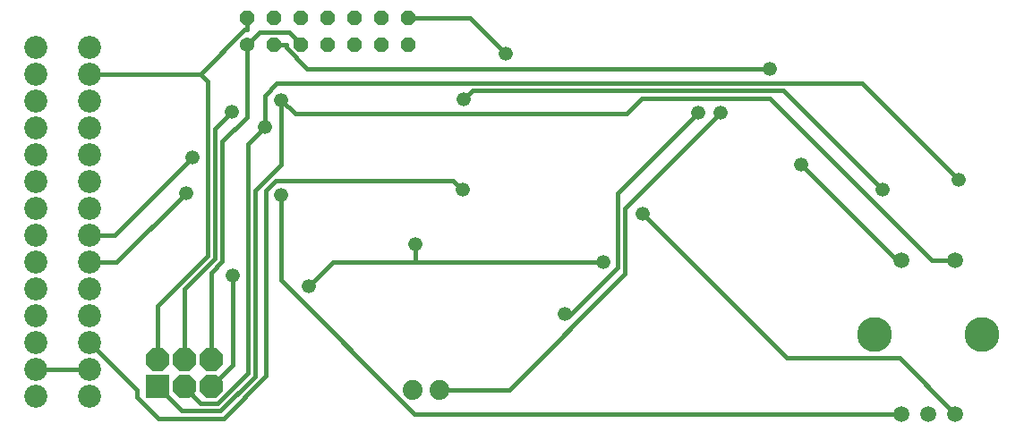
<source format=gbl>
G75*
G70*
%OFA0B0*%
%FSLAX24Y24*%
%IPPOS*%
%LPD*%
%AMOC8*
5,1,8,0,0,1.08239X$1,22.5*
%
%ADD10C,0.0591*%
%ADD11C,0.1299*%
%ADD12R,0.0860X0.0860*%
%ADD13OC8,0.0860*%
%ADD14C,0.0860*%
%ADD15C,0.0740*%
%ADD16C,0.0540*%
%ADD17OC8,0.0540*%
%ADD18C,0.0160*%
%ADD19C,0.0525*%
D10*
X033100Y001939D03*
X034100Y001939D03*
X035100Y001939D03*
X035100Y007647D03*
X033100Y007647D03*
D11*
X032100Y004892D03*
X036100Y004892D03*
D12*
X005375Y002949D03*
D13*
X006375Y002949D03*
X007375Y002949D03*
X007375Y003949D03*
X006375Y003949D03*
X005375Y003949D03*
D14*
X000860Y002585D03*
X000860Y003585D03*
X000860Y004585D03*
X000860Y005585D03*
X000860Y006585D03*
X000860Y007585D03*
X000860Y008585D03*
X000860Y009585D03*
X000860Y010585D03*
X000860Y011585D03*
X000860Y012585D03*
X000860Y013585D03*
X000860Y014585D03*
X000860Y015585D03*
X002860Y015585D03*
X002860Y014585D03*
X002860Y013585D03*
X002860Y012585D03*
X002860Y011585D03*
X002860Y010585D03*
X002860Y009585D03*
X002860Y008585D03*
X002860Y007585D03*
X002860Y006585D03*
X002860Y005585D03*
X002860Y004585D03*
X002860Y003585D03*
X002860Y002585D03*
D15*
X014893Y002833D03*
X015893Y002833D03*
D16*
X008725Y015697D03*
D17*
X009725Y015697D03*
X010725Y015697D03*
X011725Y015697D03*
X012725Y015697D03*
X013725Y015697D03*
X014725Y015697D03*
X014725Y016697D03*
X013725Y016697D03*
X012725Y016697D03*
X011725Y016697D03*
X010725Y016697D03*
X009725Y016697D03*
X008725Y016697D03*
D18*
X008725Y016247D01*
X008632Y016247D01*
X006990Y014606D01*
X006990Y014585D01*
X002860Y014585D01*
X006990Y014585D02*
X007254Y014321D01*
X007254Y007839D01*
X005375Y005960D01*
X005375Y003949D01*
X006375Y003949D02*
X006375Y006578D01*
X007525Y007729D01*
X007525Y012562D01*
X008164Y013200D01*
X008725Y013005D02*
X008725Y015697D01*
X009176Y016148D01*
X010275Y016148D01*
X010725Y015697D01*
X010175Y015697D02*
X010175Y015585D01*
X010965Y014795D01*
X028182Y014795D01*
X028703Y013978D02*
X017111Y013978D01*
X016791Y013658D01*
X018370Y015353D02*
X017025Y016697D01*
X014725Y016697D01*
X010175Y015697D02*
X009725Y015697D01*
X009835Y014248D02*
X031615Y014248D01*
X035206Y010656D01*
X032403Y010277D02*
X028703Y013978D01*
X028186Y013688D02*
X034227Y007647D01*
X035100Y007647D01*
X033100Y007647D02*
X032938Y007647D01*
X029348Y011237D01*
X026345Y013145D02*
X022804Y009604D01*
X022804Y007157D01*
X018479Y002833D01*
X015893Y002833D01*
X014970Y001939D02*
X009994Y006915D01*
X009994Y010094D01*
X009772Y010629D02*
X009415Y010272D01*
X009415Y003345D01*
X007845Y001775D01*
X005424Y001775D01*
X004635Y002565D01*
X004635Y002810D01*
X002860Y004585D01*
X002860Y003585D02*
X000860Y003585D01*
X005375Y002949D02*
X006278Y002045D01*
X007733Y002045D01*
X009021Y003333D01*
X009021Y010260D01*
X009991Y011230D01*
X009991Y013639D01*
X010507Y013123D01*
X022867Y013123D01*
X023432Y013688D01*
X028186Y013688D01*
X025535Y013145D02*
X022533Y010144D01*
X022533Y007405D01*
X020680Y005551D01*
X020539Y005661D01*
X021973Y007602D02*
X014988Y007602D01*
X011909Y007602D01*
X011007Y006701D01*
X008196Y007091D02*
X008196Y003770D01*
X007375Y002949D01*
X006991Y002333D02*
X006375Y002949D01*
X006991Y002333D02*
X007625Y002333D01*
X008751Y003459D01*
X008751Y011989D01*
X009384Y012621D01*
X009384Y013797D01*
X009835Y014248D01*
X008725Y013005D02*
X007797Y012077D01*
X007797Y007618D01*
X007375Y007196D01*
X007375Y003949D01*
X003869Y007585D02*
X002860Y007585D01*
X003869Y007585D02*
X006440Y010156D01*
X006702Y011504D02*
X003783Y008585D01*
X002860Y008585D01*
X009772Y010629D02*
X016401Y010629D01*
X016743Y010287D01*
X014988Y008276D02*
X014988Y007602D01*
X023462Y009390D02*
X028835Y004016D01*
X033023Y004016D01*
X035100Y001939D01*
X033100Y001939D02*
X014970Y001939D01*
D19*
X020539Y005661D03*
X021973Y007602D03*
X023462Y009390D03*
X029348Y011237D03*
X032403Y010277D03*
X035206Y010656D03*
X028182Y014795D03*
X026345Y013145D03*
X025535Y013145D03*
X018370Y015353D03*
X016791Y013658D03*
X016743Y010287D03*
X014988Y008276D03*
X011007Y006701D03*
X008196Y007091D03*
X009994Y010094D03*
X006702Y011504D03*
X006440Y010156D03*
X009384Y012621D03*
X008164Y013200D03*
X009991Y013639D03*
M02*

</source>
